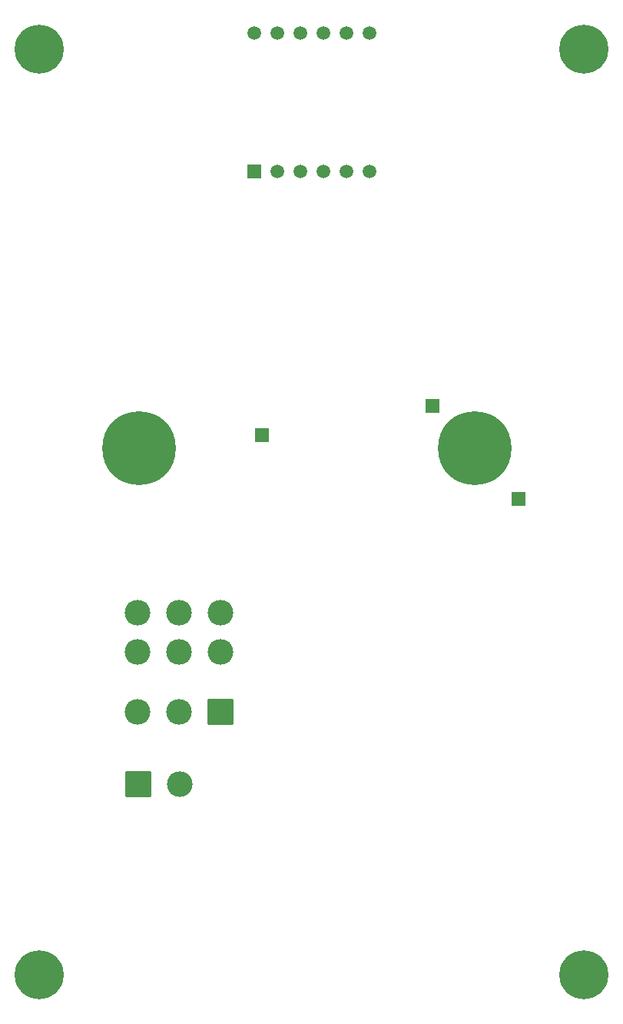
<source format=gbs>
%TF.GenerationSoftware,KiCad,Pcbnew,8.0.0-8.0.0-1~ubuntu22.04.1*%
%TF.CreationDate,2024-03-03T20:01:54-07:00*%
%TF.ProjectId,Multimeter,4d756c74-696d-4657-9465-722e6b696361,rev?*%
%TF.SameCoordinates,Original*%
%TF.FileFunction,Soldermask,Bot*%
%TF.FilePolarity,Negative*%
%FSLAX46Y46*%
G04 Gerber Fmt 4.6, Leading zero omitted, Abs format (unit mm)*
G04 Created by KiCad (PCBNEW 8.0.0-8.0.0-1~ubuntu22.04.1) date 2024-03-03 20:01:54*
%MOMM*%
%LPD*%
G01*
G04 APERTURE LIST*
G04 Aperture macros list*
%AMRoundRect*
0 Rectangle with rounded corners*
0 $1 Rounding radius*
0 $2 $3 $4 $5 $6 $7 $8 $9 X,Y pos of 4 corners*
0 Add a 4 corners polygon primitive as box body*
4,1,4,$2,$3,$4,$5,$6,$7,$8,$9,$2,$3,0*
0 Add four circle primitives for the rounded corners*
1,1,$1+$1,$2,$3*
1,1,$1+$1,$4,$5*
1,1,$1+$1,$6,$7*
1,1,$1+$1,$8,$9*
0 Add four rect primitives between the rounded corners*
20,1,$1+$1,$2,$3,$4,$5,0*
20,1,$1+$1,$4,$5,$6,$7,0*
20,1,$1+$1,$6,$7,$8,$9,0*
20,1,$1+$1,$8,$9,$2,$3,0*%
G04 Aperture macros list end*
%ADD10C,8.104000*%
%ADD11C,0.800000*%
%ADD12C,5.400000*%
%ADD13R,1.500000X1.500000*%
%ADD14RoundRect,0.102000X-1.314450X-1.314450X1.314450X-1.314450X1.314450X1.314450X-1.314450X1.314450X0*%
%ADD15C,2.832900*%
%ADD16RoundRect,0.102000X-1.312500X-1.312500X1.312500X-1.312500X1.312500X1.312500X-1.312500X1.312500X0*%
%ADD17C,2.829000*%
%ADD18C,1.500000*%
G04 APERTURE END LIST*
D10*
%TO.C,J4*%
X160000000Y-83000000D03*
%TD*%
D11*
%TO.C,H4*%
X169975000Y-141000000D03*
X170568109Y-139568109D03*
X170568109Y-142431891D03*
X172000000Y-138975000D03*
D12*
X172000000Y-141000000D03*
D11*
X172000000Y-143025000D03*
X173431891Y-139568109D03*
X173431891Y-142431891D03*
X174025000Y-141000000D03*
%TD*%
D13*
%TO.C,TP1*%
X155300000Y-78300000D03*
%TD*%
D14*
%TO.C,S1*%
X132000000Y-112000000D03*
D15*
X127402600Y-112000000D03*
X122805200Y-112000000D03*
X132000000Y-105446800D03*
X127402600Y-105446800D03*
X122805200Y-105446800D03*
X132000000Y-101078000D03*
X127402600Y-101078000D03*
X122805200Y-101078000D03*
%TD*%
D11*
%TO.C,H3*%
X109975000Y-141000000D03*
X110568109Y-139568109D03*
X110568109Y-142431891D03*
X112000000Y-138975000D03*
D12*
X112000000Y-141000000D03*
D11*
X112000000Y-143025000D03*
X113431891Y-139568109D03*
X113431891Y-142431891D03*
X114025000Y-141000000D03*
%TD*%
D13*
%TO.C,TP2*%
X164800000Y-88600000D03*
%TD*%
%TO.C,TP3*%
X136500000Y-81500000D03*
%TD*%
D11*
%TO.C,H1*%
X109975000Y-39000000D03*
X110568109Y-37568109D03*
X110568109Y-40431891D03*
X112000000Y-36975000D03*
D12*
X112000000Y-39000000D03*
D11*
X112000000Y-41025000D03*
X113431891Y-37568109D03*
X113431891Y-40431891D03*
X114025000Y-39000000D03*
%TD*%
D16*
%TO.C,SW1*%
X122900000Y-120000000D03*
D17*
X127500000Y-120000000D03*
%TD*%
D11*
%TO.C,H2*%
X169975000Y-39000000D03*
X170568109Y-37568109D03*
X170568109Y-40431891D03*
X172000000Y-36975000D03*
D12*
X172000000Y-39000000D03*
D11*
X172000000Y-41025000D03*
X173431891Y-37568109D03*
X173431891Y-40431891D03*
X174025000Y-39000000D03*
%TD*%
D10*
%TO.C,J3*%
X123000000Y-83000000D03*
%TD*%
D13*
%TO.C,U4*%
X135650000Y-52477500D03*
D18*
X138190000Y-52477500D03*
X140730000Y-52477500D03*
X143270000Y-52477500D03*
X145810000Y-52477500D03*
X148350000Y-52477500D03*
X148350000Y-37237500D03*
X145810000Y-37237500D03*
X143270000Y-37237500D03*
X140730000Y-37237500D03*
X138190000Y-37237500D03*
X135650000Y-37237500D03*
%TD*%
M02*

</source>
